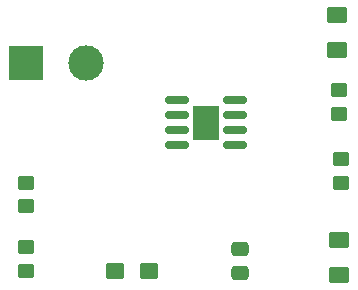
<source format=gbr>
%TF.GenerationSoftware,KiCad,Pcbnew,(6.0.10-0)*%
%TF.CreationDate,2023-02-17T15:33:43-08:00*%
%TF.ProjectId,Ex2,4578322e-6b69-4636-9164-5f7063625858,rev?*%
%TF.SameCoordinates,Original*%
%TF.FileFunction,Soldermask,Top*%
%TF.FilePolarity,Negative*%
%FSLAX46Y46*%
G04 Gerber Fmt 4.6, Leading zero omitted, Abs format (unit mm)*
G04 Created by KiCad (PCBNEW (6.0.10-0)) date 2023-02-17 15:33:43*
%MOMM*%
%LPD*%
G01*
G04 APERTURE LIST*
G04 Aperture macros list*
%AMRoundRect*
0 Rectangle with rounded corners*
0 $1 Rounding radius*
0 $2 $3 $4 $5 $6 $7 $8 $9 X,Y pos of 4 corners*
0 Add a 4 corners polygon primitive as box body*
4,1,4,$2,$3,$4,$5,$6,$7,$8,$9,$2,$3,0*
0 Add four circle primitives for the rounded corners*
1,1,$1+$1,$2,$3*
1,1,$1+$1,$4,$5*
1,1,$1+$1,$6,$7*
1,1,$1+$1,$8,$9*
0 Add four rect primitives between the rounded corners*
20,1,$1+$1,$2,$3,$4,$5,0*
20,1,$1+$1,$4,$5,$6,$7,0*
20,1,$1+$1,$6,$7,$8,$9,0*
20,1,$1+$1,$8,$9,$2,$3,0*%
G04 Aperture macros list end*
%ADD10RoundRect,0.250001X0.624999X-0.462499X0.624999X0.462499X-0.624999X0.462499X-0.624999X-0.462499X0*%
%ADD11RoundRect,0.250000X-0.450000X0.350000X-0.450000X-0.350000X0.450000X-0.350000X0.450000X0.350000X0*%
%ADD12RoundRect,0.250000X-0.537500X-0.425000X0.537500X-0.425000X0.537500X0.425000X-0.537500X0.425000X0*%
%ADD13RoundRect,0.250000X-0.475000X0.337500X-0.475000X-0.337500X0.475000X-0.337500X0.475000X0.337500X0*%
%ADD14R,3.000000X3.000000*%
%ADD15C,3.000000*%
%ADD16RoundRect,0.150000X-0.825000X-0.150000X0.825000X-0.150000X0.825000X0.150000X-0.825000X0.150000X0*%
%ADD17R,2.290000X3.000000*%
G04 APERTURE END LIST*
D10*
%TO.C,D2*%
X148432500Y-109372500D03*
X148432500Y-106397500D03*
%TD*%
D11*
%TO.C,R3*%
X148425000Y-93747064D03*
X148425000Y-95747064D03*
%TD*%
%TO.C,R1*%
X121920000Y-101600000D03*
X121920000Y-103600000D03*
%TD*%
D10*
%TO.C,D1*%
X148260000Y-90387500D03*
X148260000Y-87412500D03*
%TD*%
D12*
%TO.C,C1*%
X129472500Y-109085000D03*
X132347500Y-109085000D03*
%TD*%
D13*
%TO.C,C2*%
X140030000Y-107182500D03*
X140030000Y-109257500D03*
%TD*%
D14*
%TO.C,J1*%
X121920000Y-91440000D03*
D15*
X127000000Y-91440000D03*
%TD*%
D11*
%TO.C,R2*%
X121920000Y-107034680D03*
X121920000Y-109034680D03*
%TD*%
%TO.C,R4*%
X148570000Y-99600000D03*
X148570000Y-101600000D03*
%TD*%
D16*
%TO.C,U1*%
X134685000Y-94615000D03*
X134685000Y-95885000D03*
X134685000Y-97155000D03*
X134685000Y-98425000D03*
X139635000Y-98425000D03*
X139635000Y-97155000D03*
X139635000Y-95885000D03*
X139635000Y-94615000D03*
D17*
X137160000Y-96520000D03*
%TD*%
M02*

</source>
